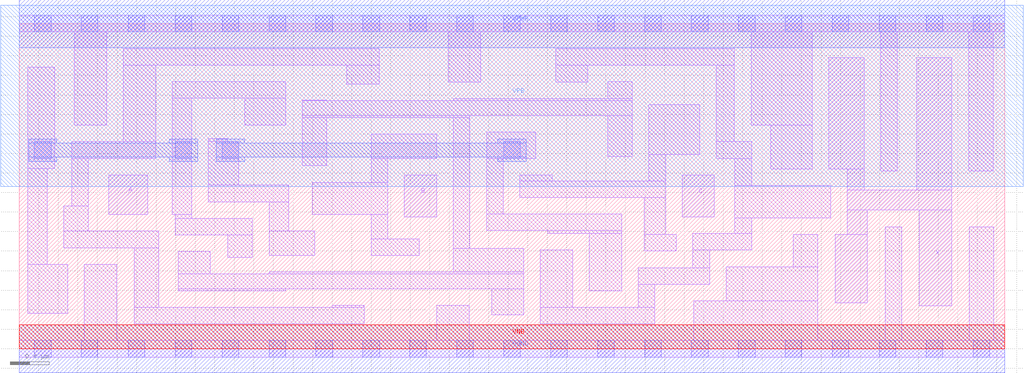
<source format=lef>
# Copyright 2020 The SkyWater PDK Authors
#
# Licensed under the Apache License, Version 2.0 (the "License");
# you may not use this file except in compliance with the License.
# You may obtain a copy of the License at
#
#     https://www.apache.org/licenses/LICENSE-2.0
#
# Unless required by applicable law or agreed to in writing, software
# distributed under the License is distributed on an "AS IS" BASIS,
# WITHOUT WARRANTIES OR CONDITIONS OF ANY KIND, either express or implied.
# See the License for the specific language governing permissions and
# limitations under the License.
#
# SPDX-License-Identifier: Apache-2.0

VERSION 5.7 ;
  NOWIREEXTENSIONATPIN ON ;
  DIVIDERCHAR "/" ;
  BUSBITCHARS "[]" ;
MACRO sky130_fd_sc_ms__xnor3_4
  CLASS CORE ;
  FOREIGN sky130_fd_sc_ms__xnor3_4 ;
  ORIGIN  0.000000  0.000000 ;
  SIZE  10.08000 BY  3.330000 ;
  SYMMETRY X Y ;
  SITE unit ;
  PIN A
    ANTENNAGATEAREA  0.276000 ;
    DIRECTION INPUT ;
    USE SIGNAL ;
    PORT
      LAYER li1 ;
        RECT 0.915000 1.375000 1.315000 1.780000 ;
    END
  END A
  PIN B
    ANTENNAGATEAREA  0.771000 ;
    DIRECTION INPUT ;
    USE SIGNAL ;
    PORT
      LAYER li1 ;
        RECT 3.940000 1.350000 4.270000 1.780000 ;
    END
  END B
  PIN C
    ANTENNAGATEAREA  0.425400 ;
    DIRECTION INPUT ;
    USE SIGNAL ;
    PORT
      LAYER li1 ;
        RECT 6.780000 1.350000 7.110000 1.780000 ;
    END
  END C
  PIN X
    ANTENNADIFFAREA  1.019200 ;
    DIRECTION OUTPUT ;
    USE SIGNAL ;
    PORT
      LAYER li1 ;
        RECT 8.280000 1.840000 8.640000 2.980000 ;
        RECT 8.345000 0.470000 8.675000 1.170000 ;
        RECT 8.470000 1.170000 8.675000 1.420000 ;
        RECT 8.470000 1.420000 9.535000 1.625000 ;
        RECT 8.470000 1.625000 8.640000 1.840000 ;
        RECT 9.180000 1.625000 9.535000 2.980000 ;
        RECT 9.205000 0.440000 9.535000 1.420000 ;
    END
  END X
  PIN VGND
    DIRECTION INOUT ;
    USE GROUND ;
    PORT
      LAYER met1 ;
        RECT 0.000000 -0.245000 10.080000 0.245000 ;
    END
  END VGND
  PIN VNB
    DIRECTION INOUT ;
    USE GROUND ;
    PORT
      LAYER pwell ;
        RECT 0.000000 0.000000 10.080000 0.245000 ;
    END
  END VNB
  PIN VPB
    DIRECTION INOUT ;
    USE POWER ;
    PORT
      LAYER nwell ;
        RECT -0.190000 1.660000 10.270000 3.520000 ;
    END
  END VPB
  PIN VPWR
    DIRECTION INOUT ;
    USE POWER ;
    PORT
      LAYER met1 ;
        RECT 0.000000 3.085000 10.080000 3.575000 ;
    END
  END VPWR
  OBS
    LAYER li1 ;
      RECT 0.000000 -0.085000 10.080000 0.085000 ;
      RECT 0.000000  3.245000 10.080000 3.415000 ;
      RECT 0.085000  0.365000  0.495000 0.865000 ;
      RECT 0.085000  0.865000  0.285000 1.845000 ;
      RECT 0.085000  1.845000  0.365000 2.885000 ;
      RECT 0.455000  1.035000  1.425000 1.205000 ;
      RECT 0.455000  1.205000  0.705000 1.465000 ;
      RECT 0.535000  1.465000  0.705000 1.950000 ;
      RECT 0.535000  1.950000  1.395000 2.120000 ;
      RECT 0.565000  2.290000  0.895000 3.245000 ;
      RECT 0.665000  0.085000  0.995000 0.865000 ;
      RECT 1.065000  2.120000  1.395000 2.905000 ;
      RECT 1.065000  2.905000  3.680000 3.075000 ;
      RECT 1.175000  0.255000  3.530000 0.425000 ;
      RECT 1.175000  0.425000  1.425000 1.035000 ;
      RECT 1.565000  1.375000  1.765000 2.565000 ;
      RECT 1.565000  2.565000  2.725000 2.735000 ;
      RECT 1.595000  1.165000  2.385000 1.335000 ;
      RECT 1.595000  1.335000  1.765000 1.375000 ;
      RECT 1.625000  0.595000  2.725000 0.615000 ;
      RECT 1.625000  0.615000  5.160000 0.765000 ;
      RECT 1.625000  0.765000  1.955000 0.995000 ;
      RECT 1.935000  1.505000  2.755000 1.675000 ;
      RECT 1.935000  1.675000  2.245000 2.120000 ;
      RECT 1.935000  2.120000  2.135000 2.155000 ;
      RECT 2.135000  0.935000  2.385000 1.165000 ;
      RECT 2.305000  2.290000  2.725000 2.565000 ;
      RECT 2.555000  0.765000  5.160000 0.785000 ;
      RECT 2.555000  0.955000  3.020000 1.205000 ;
      RECT 2.555000  1.205000  2.755000 1.505000 ;
      RECT 2.895000  1.875000  3.145000 2.370000 ;
      RECT 2.895000  2.370000  4.610000 2.390000 ;
      RECT 2.895000  2.390000  6.270000 2.540000 ;
      RECT 2.895000  2.540000  3.145000 2.545000 ;
      RECT 2.995000  1.375000  3.770000 1.705000 ;
      RECT 3.200000  0.425000  3.530000 0.445000 ;
      RECT 3.350000  2.710000  3.680000 2.905000 ;
      RECT 3.600000  0.955000  4.090000 1.125000 ;
      RECT 3.600000  1.125000  3.770000 1.375000 ;
      RECT 3.600000  1.705000  3.770000 1.950000 ;
      RECT 3.600000  1.950000  4.270000 2.200000 ;
      RECT 4.270000  0.085000  4.600000 0.445000 ;
      RECT 4.390000  2.730000  4.720000 3.245000 ;
      RECT 4.440000  0.785000  5.160000 1.030000 ;
      RECT 4.440000  1.030000  4.610000 2.370000 ;
      RECT 4.440000  2.540000  6.270000 2.560000 ;
      RECT 4.780000  1.210000  6.160000 1.380000 ;
      RECT 4.780000  1.380000  4.950000 1.950000 ;
      RECT 4.780000  1.950000  5.280000 2.220000 ;
      RECT 4.830000  0.350000  5.160000 0.615000 ;
      RECT 5.120000  1.550000  6.610000 1.720000 ;
      RECT 5.120000  1.720000  5.450000 1.780000 ;
      RECT 5.330000  0.255000  6.500000 0.425000 ;
      RECT 5.330000  0.425000  5.660000 1.010000 ;
      RECT 5.405000  1.180000  6.160000 1.210000 ;
      RECT 5.485000  2.730000  5.815000 2.905000 ;
      RECT 5.485000  2.905000  7.315000 3.075000 ;
      RECT 5.830000  0.595000  6.160000 1.180000 ;
      RECT 6.020000  1.970000  6.270000 2.390000 ;
      RECT 6.020000  2.560000  6.270000 2.735000 ;
      RECT 6.330000  0.425000  6.500000 0.660000 ;
      RECT 6.330000  0.660000  7.060000 0.830000 ;
      RECT 6.390000  1.000000  6.720000 1.170000 ;
      RECT 6.390000  1.170000  6.610000 1.550000 ;
      RECT 6.440000  1.720000  6.610000 1.990000 ;
      RECT 6.440000  1.990000  6.960000 2.500000 ;
      RECT 6.890000  0.830000  7.060000 1.010000 ;
      RECT 6.890000  1.010000  7.490000 1.180000 ;
      RECT 6.900000  0.085000  8.165000 0.490000 ;
      RECT 7.130000  1.950000  7.490000 2.120000 ;
      RECT 7.130000  2.120000  7.315000 2.905000 ;
      RECT 7.230000  0.490000  8.165000 0.840000 ;
      RECT 7.320000  1.180000  7.490000 1.340000 ;
      RECT 7.320000  1.340000  8.300000 1.670000 ;
      RECT 7.320000  1.670000  7.490000 1.950000 ;
      RECT 7.485000  2.290000  8.110000 3.245000 ;
      RECT 7.685000  1.840000  8.110000 2.290000 ;
      RECT 7.915000  0.840000  8.165000 1.170000 ;
      RECT 8.810000  1.820000  8.980000 3.245000 ;
      RECT 8.855000  0.085000  9.025000 1.250000 ;
      RECT 9.710000  1.820000  9.960000 3.245000 ;
      RECT 9.715000  0.085000  9.965000 1.250000 ;
    LAYER mcon ;
      RECT 0.155000 -0.085000 0.325000 0.085000 ;
      RECT 0.155000  1.950000 0.325000 2.120000 ;
      RECT 0.155000  3.245000 0.325000 3.415000 ;
      RECT 0.635000 -0.085000 0.805000 0.085000 ;
      RECT 0.635000  3.245000 0.805000 3.415000 ;
      RECT 1.115000 -0.085000 1.285000 0.085000 ;
      RECT 1.115000  3.245000 1.285000 3.415000 ;
      RECT 1.595000 -0.085000 1.765000 0.085000 ;
      RECT 1.595000  1.950000 1.765000 2.120000 ;
      RECT 1.595000  3.245000 1.765000 3.415000 ;
      RECT 2.075000 -0.085000 2.245000 0.085000 ;
      RECT 2.075000  1.950000 2.245000 2.120000 ;
      RECT 2.075000  3.245000 2.245000 3.415000 ;
      RECT 2.555000 -0.085000 2.725000 0.085000 ;
      RECT 2.555000  3.245000 2.725000 3.415000 ;
      RECT 3.035000 -0.085000 3.205000 0.085000 ;
      RECT 3.035000  3.245000 3.205000 3.415000 ;
      RECT 3.515000 -0.085000 3.685000 0.085000 ;
      RECT 3.515000  3.245000 3.685000 3.415000 ;
      RECT 3.995000 -0.085000 4.165000 0.085000 ;
      RECT 3.995000  3.245000 4.165000 3.415000 ;
      RECT 4.475000 -0.085000 4.645000 0.085000 ;
      RECT 4.475000  3.245000 4.645000 3.415000 ;
      RECT 4.955000 -0.085000 5.125000 0.085000 ;
      RECT 4.955000  1.950000 5.125000 2.120000 ;
      RECT 4.955000  3.245000 5.125000 3.415000 ;
      RECT 5.435000 -0.085000 5.605000 0.085000 ;
      RECT 5.435000  3.245000 5.605000 3.415000 ;
      RECT 5.915000 -0.085000 6.085000 0.085000 ;
      RECT 5.915000  3.245000 6.085000 3.415000 ;
      RECT 6.395000 -0.085000 6.565000 0.085000 ;
      RECT 6.395000  3.245000 6.565000 3.415000 ;
      RECT 6.875000 -0.085000 7.045000 0.085000 ;
      RECT 6.875000  3.245000 7.045000 3.415000 ;
      RECT 7.355000 -0.085000 7.525000 0.085000 ;
      RECT 7.355000  3.245000 7.525000 3.415000 ;
      RECT 7.835000 -0.085000 8.005000 0.085000 ;
      RECT 7.835000  3.245000 8.005000 3.415000 ;
      RECT 8.315000 -0.085000 8.485000 0.085000 ;
      RECT 8.315000  3.245000 8.485000 3.415000 ;
      RECT 8.795000 -0.085000 8.965000 0.085000 ;
      RECT 8.795000  3.245000 8.965000 3.415000 ;
      RECT 9.275000 -0.085000 9.445000 0.085000 ;
      RECT 9.275000  3.245000 9.445000 3.415000 ;
      RECT 9.755000 -0.085000 9.925000 0.085000 ;
      RECT 9.755000  3.245000 9.925000 3.415000 ;
    LAYER met1 ;
      RECT 0.095000 1.920000 0.385000 1.965000 ;
      RECT 0.095000 1.965000 1.825000 2.105000 ;
      RECT 0.095000 2.105000 0.385000 2.150000 ;
      RECT 1.535000 1.920000 1.825000 1.965000 ;
      RECT 1.535000 2.105000 1.825000 2.150000 ;
      RECT 2.015000 1.920000 2.305000 1.965000 ;
      RECT 2.015000 1.965000 5.185000 2.105000 ;
      RECT 2.015000 2.105000 2.305000 2.150000 ;
      RECT 4.895000 1.920000 5.185000 1.965000 ;
      RECT 4.895000 2.105000 5.185000 2.150000 ;
  END
END sky130_fd_sc_ms__xnor3_4
END LIBRARY

</source>
